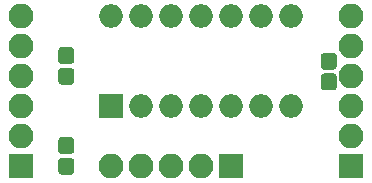
<source format=gbr>
G04 #@! TF.GenerationSoftware,KiCad,Pcbnew,5.0.0-rc3-unknown-14ce5182~65~ubuntu18.04.1*
G04 #@! TF.CreationDate,2018-07-15T20:03:12+01:00*
G04 #@! TF.ProjectId,SEN-14066-adapter,53454E2D31343036362D616461707465,rev?*
G04 #@! TF.SameCoordinates,Original*
G04 #@! TF.FileFunction,Soldermask,Top*
G04 #@! TF.FilePolarity,Negative*
%FSLAX46Y46*%
G04 Gerber Fmt 4.6, Leading zero omitted, Abs format (unit mm)*
G04 Created by KiCad (PCBNEW 5.0.0-rc3-unknown-14ce5182~65~ubuntu18.04.1) date Sun Jul 15 20:03:12 2018*
%MOMM*%
%LPD*%
G01*
G04 APERTURE LIST*
%ADD10R,2.000000X2.000000*%
%ADD11O,2.000000X2.000000*%
%ADD12R,2.100000X2.100000*%
%ADD13O,2.100000X2.100000*%
%ADD14C,0.100000*%
%ADD15C,1.350000*%
G04 APERTURE END LIST*
D10*
G04 #@! TO.C,U1*
X71120000Y-68580000D03*
D11*
X86360000Y-60960000D03*
X73660000Y-68580000D03*
X83820000Y-60960000D03*
X76200000Y-68580000D03*
X81280000Y-60960000D03*
X78740000Y-68580000D03*
X78740000Y-60960000D03*
X81280000Y-68580000D03*
X76200000Y-60960000D03*
X83820000Y-68580000D03*
X73660000Y-60960000D03*
X86360000Y-68580000D03*
X71120000Y-60960000D03*
G04 #@! TD*
D12*
G04 #@! TO.C,J1*
X63500000Y-73660000D03*
D13*
X63500000Y-71120000D03*
X63500000Y-68580000D03*
X63500000Y-66040000D03*
X63500000Y-63500000D03*
X63500000Y-60960000D03*
G04 #@! TD*
D12*
G04 #@! TO.C,J2*
X81280000Y-73660000D03*
D13*
X78740000Y-73660000D03*
X76200000Y-73660000D03*
X73660000Y-73660000D03*
X71120000Y-73660000D03*
G04 #@! TD*
G04 #@! TO.C,J3*
X91440000Y-60960000D03*
X91440000Y-63500000D03*
X91440000Y-66040000D03*
X91440000Y-68580000D03*
X91440000Y-71120000D03*
D12*
X91440000Y-73660000D03*
G04 #@! TD*
D14*
G04 #@! TO.C,R1*
G36*
X67680581Y-65316625D02*
X67713343Y-65321485D01*
X67745471Y-65329533D01*
X67776656Y-65340691D01*
X67806596Y-65354852D01*
X67835005Y-65371879D01*
X67861608Y-65391609D01*
X67886149Y-65413851D01*
X67908391Y-65438392D01*
X67928121Y-65464995D01*
X67945148Y-65493404D01*
X67959309Y-65523344D01*
X67970467Y-65554529D01*
X67978515Y-65586657D01*
X67983375Y-65619419D01*
X67985000Y-65652500D01*
X67985000Y-66427500D01*
X67983375Y-66460581D01*
X67978515Y-66493343D01*
X67970467Y-66525471D01*
X67959309Y-66556656D01*
X67945148Y-66586596D01*
X67928121Y-66615005D01*
X67908391Y-66641608D01*
X67886149Y-66666149D01*
X67861608Y-66688391D01*
X67835005Y-66708121D01*
X67806596Y-66725148D01*
X67776656Y-66739309D01*
X67745471Y-66750467D01*
X67713343Y-66758515D01*
X67680581Y-66763375D01*
X67647500Y-66765000D01*
X66972500Y-66765000D01*
X66939419Y-66763375D01*
X66906657Y-66758515D01*
X66874529Y-66750467D01*
X66843344Y-66739309D01*
X66813404Y-66725148D01*
X66784995Y-66708121D01*
X66758392Y-66688391D01*
X66733851Y-66666149D01*
X66711609Y-66641608D01*
X66691879Y-66615005D01*
X66674852Y-66586596D01*
X66660691Y-66556656D01*
X66649533Y-66525471D01*
X66641485Y-66493343D01*
X66636625Y-66460581D01*
X66635000Y-66427500D01*
X66635000Y-65652500D01*
X66636625Y-65619419D01*
X66641485Y-65586657D01*
X66649533Y-65554529D01*
X66660691Y-65523344D01*
X66674852Y-65493404D01*
X66691879Y-65464995D01*
X66711609Y-65438392D01*
X66733851Y-65413851D01*
X66758392Y-65391609D01*
X66784995Y-65371879D01*
X66813404Y-65354852D01*
X66843344Y-65340691D01*
X66874529Y-65329533D01*
X66906657Y-65321485D01*
X66939419Y-65316625D01*
X66972500Y-65315000D01*
X67647500Y-65315000D01*
X67680581Y-65316625D01*
X67680581Y-65316625D01*
G37*
D15*
X67310000Y-66040000D03*
D14*
G36*
X67680581Y-63566625D02*
X67713343Y-63571485D01*
X67745471Y-63579533D01*
X67776656Y-63590691D01*
X67806596Y-63604852D01*
X67835005Y-63621879D01*
X67861608Y-63641609D01*
X67886149Y-63663851D01*
X67908391Y-63688392D01*
X67928121Y-63714995D01*
X67945148Y-63743404D01*
X67959309Y-63773344D01*
X67970467Y-63804529D01*
X67978515Y-63836657D01*
X67983375Y-63869419D01*
X67985000Y-63902500D01*
X67985000Y-64677500D01*
X67983375Y-64710581D01*
X67978515Y-64743343D01*
X67970467Y-64775471D01*
X67959309Y-64806656D01*
X67945148Y-64836596D01*
X67928121Y-64865005D01*
X67908391Y-64891608D01*
X67886149Y-64916149D01*
X67861608Y-64938391D01*
X67835005Y-64958121D01*
X67806596Y-64975148D01*
X67776656Y-64989309D01*
X67745471Y-65000467D01*
X67713343Y-65008515D01*
X67680581Y-65013375D01*
X67647500Y-65015000D01*
X66972500Y-65015000D01*
X66939419Y-65013375D01*
X66906657Y-65008515D01*
X66874529Y-65000467D01*
X66843344Y-64989309D01*
X66813404Y-64975148D01*
X66784995Y-64958121D01*
X66758392Y-64938391D01*
X66733851Y-64916149D01*
X66711609Y-64891608D01*
X66691879Y-64865005D01*
X66674852Y-64836596D01*
X66660691Y-64806656D01*
X66649533Y-64775471D01*
X66641485Y-64743343D01*
X66636625Y-64710581D01*
X66635000Y-64677500D01*
X66635000Y-63902500D01*
X66636625Y-63869419D01*
X66641485Y-63836657D01*
X66649533Y-63804529D01*
X66660691Y-63773344D01*
X66674852Y-63743404D01*
X66691879Y-63714995D01*
X66711609Y-63688392D01*
X66733851Y-63663851D01*
X66758392Y-63641609D01*
X66784995Y-63621879D01*
X66813404Y-63604852D01*
X66843344Y-63590691D01*
X66874529Y-63579533D01*
X66906657Y-63571485D01*
X66939419Y-63566625D01*
X66972500Y-63565000D01*
X67647500Y-63565000D01*
X67680581Y-63566625D01*
X67680581Y-63566625D01*
G37*
D15*
X67310000Y-64290000D03*
G04 #@! TD*
D14*
G04 #@! TO.C,R2*
G36*
X67680581Y-71186625D02*
X67713343Y-71191485D01*
X67745471Y-71199533D01*
X67776656Y-71210691D01*
X67806596Y-71224852D01*
X67835005Y-71241879D01*
X67861608Y-71261609D01*
X67886149Y-71283851D01*
X67908391Y-71308392D01*
X67928121Y-71334995D01*
X67945148Y-71363404D01*
X67959309Y-71393344D01*
X67970467Y-71424529D01*
X67978515Y-71456657D01*
X67983375Y-71489419D01*
X67985000Y-71522500D01*
X67985000Y-72297500D01*
X67983375Y-72330581D01*
X67978515Y-72363343D01*
X67970467Y-72395471D01*
X67959309Y-72426656D01*
X67945148Y-72456596D01*
X67928121Y-72485005D01*
X67908391Y-72511608D01*
X67886149Y-72536149D01*
X67861608Y-72558391D01*
X67835005Y-72578121D01*
X67806596Y-72595148D01*
X67776656Y-72609309D01*
X67745471Y-72620467D01*
X67713343Y-72628515D01*
X67680581Y-72633375D01*
X67647500Y-72635000D01*
X66972500Y-72635000D01*
X66939419Y-72633375D01*
X66906657Y-72628515D01*
X66874529Y-72620467D01*
X66843344Y-72609309D01*
X66813404Y-72595148D01*
X66784995Y-72578121D01*
X66758392Y-72558391D01*
X66733851Y-72536149D01*
X66711609Y-72511608D01*
X66691879Y-72485005D01*
X66674852Y-72456596D01*
X66660691Y-72426656D01*
X66649533Y-72395471D01*
X66641485Y-72363343D01*
X66636625Y-72330581D01*
X66635000Y-72297500D01*
X66635000Y-71522500D01*
X66636625Y-71489419D01*
X66641485Y-71456657D01*
X66649533Y-71424529D01*
X66660691Y-71393344D01*
X66674852Y-71363404D01*
X66691879Y-71334995D01*
X66711609Y-71308392D01*
X66733851Y-71283851D01*
X66758392Y-71261609D01*
X66784995Y-71241879D01*
X66813404Y-71224852D01*
X66843344Y-71210691D01*
X66874529Y-71199533D01*
X66906657Y-71191485D01*
X66939419Y-71186625D01*
X66972500Y-71185000D01*
X67647500Y-71185000D01*
X67680581Y-71186625D01*
X67680581Y-71186625D01*
G37*
D15*
X67310000Y-71910000D03*
D14*
G36*
X67680581Y-72936625D02*
X67713343Y-72941485D01*
X67745471Y-72949533D01*
X67776656Y-72960691D01*
X67806596Y-72974852D01*
X67835005Y-72991879D01*
X67861608Y-73011609D01*
X67886149Y-73033851D01*
X67908391Y-73058392D01*
X67928121Y-73084995D01*
X67945148Y-73113404D01*
X67959309Y-73143344D01*
X67970467Y-73174529D01*
X67978515Y-73206657D01*
X67983375Y-73239419D01*
X67985000Y-73272500D01*
X67985000Y-74047500D01*
X67983375Y-74080581D01*
X67978515Y-74113343D01*
X67970467Y-74145471D01*
X67959309Y-74176656D01*
X67945148Y-74206596D01*
X67928121Y-74235005D01*
X67908391Y-74261608D01*
X67886149Y-74286149D01*
X67861608Y-74308391D01*
X67835005Y-74328121D01*
X67806596Y-74345148D01*
X67776656Y-74359309D01*
X67745471Y-74370467D01*
X67713343Y-74378515D01*
X67680581Y-74383375D01*
X67647500Y-74385000D01*
X66972500Y-74385000D01*
X66939419Y-74383375D01*
X66906657Y-74378515D01*
X66874529Y-74370467D01*
X66843344Y-74359309D01*
X66813404Y-74345148D01*
X66784995Y-74328121D01*
X66758392Y-74308391D01*
X66733851Y-74286149D01*
X66711609Y-74261608D01*
X66691879Y-74235005D01*
X66674852Y-74206596D01*
X66660691Y-74176656D01*
X66649533Y-74145471D01*
X66641485Y-74113343D01*
X66636625Y-74080581D01*
X66635000Y-74047500D01*
X66635000Y-73272500D01*
X66636625Y-73239419D01*
X66641485Y-73206657D01*
X66649533Y-73174529D01*
X66660691Y-73143344D01*
X66674852Y-73113404D01*
X66691879Y-73084995D01*
X66711609Y-73058392D01*
X66733851Y-73033851D01*
X66758392Y-73011609D01*
X66784995Y-72991879D01*
X66813404Y-72974852D01*
X66843344Y-72960691D01*
X66874529Y-72949533D01*
X66906657Y-72941485D01*
X66939419Y-72936625D01*
X66972500Y-72935000D01*
X67647500Y-72935000D01*
X67680581Y-72936625D01*
X67680581Y-72936625D01*
G37*
D15*
X67310000Y-73660000D03*
G04 #@! TD*
D14*
G04 #@! TO.C,R3*
G36*
X89905581Y-64046625D02*
X89938343Y-64051485D01*
X89970471Y-64059533D01*
X90001656Y-64070691D01*
X90031596Y-64084852D01*
X90060005Y-64101879D01*
X90086608Y-64121609D01*
X90111149Y-64143851D01*
X90133391Y-64168392D01*
X90153121Y-64194995D01*
X90170148Y-64223404D01*
X90184309Y-64253344D01*
X90195467Y-64284529D01*
X90203515Y-64316657D01*
X90208375Y-64349419D01*
X90210000Y-64382500D01*
X90210000Y-65157500D01*
X90208375Y-65190581D01*
X90203515Y-65223343D01*
X90195467Y-65255471D01*
X90184309Y-65286656D01*
X90170148Y-65316596D01*
X90153121Y-65345005D01*
X90133391Y-65371608D01*
X90111149Y-65396149D01*
X90086608Y-65418391D01*
X90060005Y-65438121D01*
X90031596Y-65455148D01*
X90001656Y-65469309D01*
X89970471Y-65480467D01*
X89938343Y-65488515D01*
X89905581Y-65493375D01*
X89872500Y-65495000D01*
X89197500Y-65495000D01*
X89164419Y-65493375D01*
X89131657Y-65488515D01*
X89099529Y-65480467D01*
X89068344Y-65469309D01*
X89038404Y-65455148D01*
X89009995Y-65438121D01*
X88983392Y-65418391D01*
X88958851Y-65396149D01*
X88936609Y-65371608D01*
X88916879Y-65345005D01*
X88899852Y-65316596D01*
X88885691Y-65286656D01*
X88874533Y-65255471D01*
X88866485Y-65223343D01*
X88861625Y-65190581D01*
X88860000Y-65157500D01*
X88860000Y-64382500D01*
X88861625Y-64349419D01*
X88866485Y-64316657D01*
X88874533Y-64284529D01*
X88885691Y-64253344D01*
X88899852Y-64223404D01*
X88916879Y-64194995D01*
X88936609Y-64168392D01*
X88958851Y-64143851D01*
X88983392Y-64121609D01*
X89009995Y-64101879D01*
X89038404Y-64084852D01*
X89068344Y-64070691D01*
X89099529Y-64059533D01*
X89131657Y-64051485D01*
X89164419Y-64046625D01*
X89197500Y-64045000D01*
X89872500Y-64045000D01*
X89905581Y-64046625D01*
X89905581Y-64046625D01*
G37*
D15*
X89535000Y-64770000D03*
D14*
G36*
X89905581Y-65796625D02*
X89938343Y-65801485D01*
X89970471Y-65809533D01*
X90001656Y-65820691D01*
X90031596Y-65834852D01*
X90060005Y-65851879D01*
X90086608Y-65871609D01*
X90111149Y-65893851D01*
X90133391Y-65918392D01*
X90153121Y-65944995D01*
X90170148Y-65973404D01*
X90184309Y-66003344D01*
X90195467Y-66034529D01*
X90203515Y-66066657D01*
X90208375Y-66099419D01*
X90210000Y-66132500D01*
X90210000Y-66907500D01*
X90208375Y-66940581D01*
X90203515Y-66973343D01*
X90195467Y-67005471D01*
X90184309Y-67036656D01*
X90170148Y-67066596D01*
X90153121Y-67095005D01*
X90133391Y-67121608D01*
X90111149Y-67146149D01*
X90086608Y-67168391D01*
X90060005Y-67188121D01*
X90031596Y-67205148D01*
X90001656Y-67219309D01*
X89970471Y-67230467D01*
X89938343Y-67238515D01*
X89905581Y-67243375D01*
X89872500Y-67245000D01*
X89197500Y-67245000D01*
X89164419Y-67243375D01*
X89131657Y-67238515D01*
X89099529Y-67230467D01*
X89068344Y-67219309D01*
X89038404Y-67205148D01*
X89009995Y-67188121D01*
X88983392Y-67168391D01*
X88958851Y-67146149D01*
X88936609Y-67121608D01*
X88916879Y-67095005D01*
X88899852Y-67066596D01*
X88885691Y-67036656D01*
X88874533Y-67005471D01*
X88866485Y-66973343D01*
X88861625Y-66940581D01*
X88860000Y-66907500D01*
X88860000Y-66132500D01*
X88861625Y-66099419D01*
X88866485Y-66066657D01*
X88874533Y-66034529D01*
X88885691Y-66003344D01*
X88899852Y-65973404D01*
X88916879Y-65944995D01*
X88936609Y-65918392D01*
X88958851Y-65893851D01*
X88983392Y-65871609D01*
X89009995Y-65851879D01*
X89038404Y-65834852D01*
X89068344Y-65820691D01*
X89099529Y-65809533D01*
X89131657Y-65801485D01*
X89164419Y-65796625D01*
X89197500Y-65795000D01*
X89872500Y-65795000D01*
X89905581Y-65796625D01*
X89905581Y-65796625D01*
G37*
D15*
X89535000Y-66520000D03*
G04 #@! TD*
M02*

</source>
